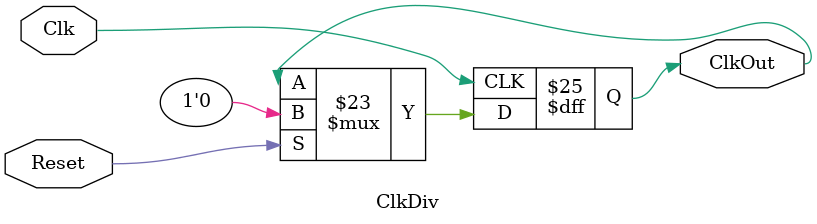
<source format=v>
`timescale 1ns / 1ps


module ClkDiv(Reset, Clk, ClkOut);

    input Reset, Clk;
    output reg ClkOut;
    
    //sets the cycle time for the board; this will create a one second cycle.
    //up for one half second, down for one half second.
    parameter second = 500000000;
    
    reg [25:0] DivCnt;
    reg ClkInt;
    
    //requires a reset signal to initialize values; from then on, will operate
    //freely until reset signal again pressed.
    always @(posedge Clk) begin
        if(Reset == 1) begin
            ClkOut <= 0;
            ClkInt <= 0;
            DivCnt <= 0;
        end
        else begin
            if(DivCnt == second) begin
                ClkOut <= ~ClkInt;
                ClkInt <= ~ClkInt;
                DivCnt <= 0;
            end
            else begin
                ClkOut <= ClkOut;
                ClkInt <= ClkInt;
                DivCnt <= DivCnt + 1;
            end
        end
    end

endmodule

</source>
